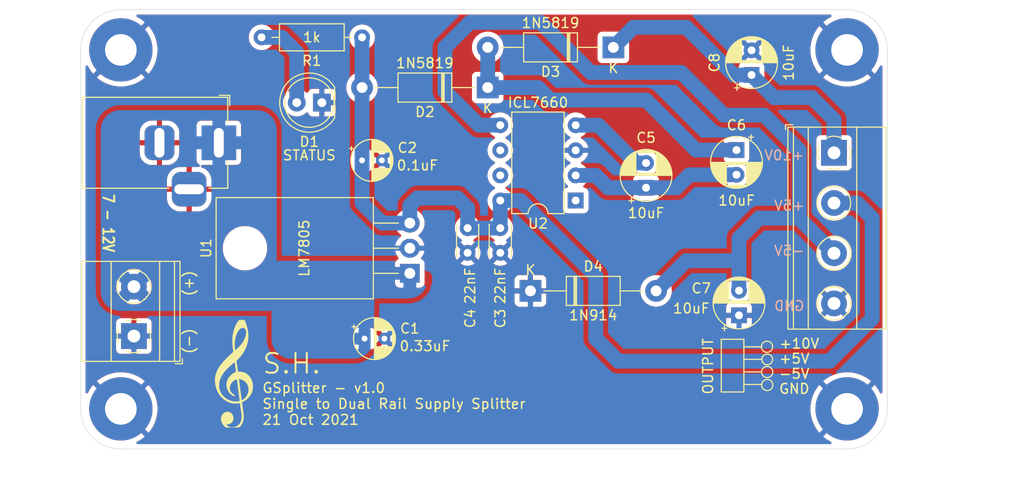
<source format=kicad_pcb>
(kicad_pcb (version 20211014) (generator pcbnew)
  (layers (0 "F.Cu" signal) (31 "B.Cu" signal) (34 "B.Paste" user) (35 "F.Paste" user) (36 "B.SilkS" user "B.Silkscreen") (37 "F.SilkS" user "F.Silkscreen") (38 "B.Mask" user) (39 "F.Mask" user) (44 "Edge.Cuts" user))
  (net 0 "")
  (net 1 "VSUPPLY")
  (net 2 "GND")
  (net 3 "5V_REG")
  (net 4 "Net-(C5-Pad1)")
  (net 5 "Net-(C5-Pad2)")
  (net 6 "Net-(C6-Pad1)")
  (net 7 "-5V")
  (net 8 "+10V")
  (net 12 "Net-(D1-Pad2)")
  (footprint "Capacitor_THT:CP_Radial_D4.0mm_P2.00mm" (layer "F.Cu") (at 53.594 70.612)
    (fp_text reference "C1" (at 4.572 -1.016) (layer "F.SilkS"))
    (fp_text value "0.33uF" (at 6.096 0.762) (layer "F.SilkS"))
    (pad "1" thru_hole rect locked (at 0 0) (size 1.2 1.2) (drill 0.6) (layers *.Cu *.Mask) (net 1 "VSUPPLY"))
    (pad "2" thru_hole circle locked (at 2 0) (size 1.2 1.2) (drill 0.6) (layers *.Cu *.Mask) (net 2 "GND"))
  )
  (footprint "Capacitor_THT:C_Disc_D3.0mm_W2.0mm_P2.50mm" (layer "F.Cu") (at 67.31 59.436 -90)
    (fp_text reference "C3" (at 9.144 0 -90) (layer "F.SilkS"))
    (fp_text value "22nF" (at 5.842 0 -90) (layer "F.SilkS"))
    (pad "1" thru_hole circle locked (at 0 0 270) (size 1.6 1.6) (drill 0.8) (layers *.Cu *.Mask) (net 3 "5V_REG"))
    (pad "2" thru_hole circle locked (at 2.5 0 270) (size 1.6 1.6) (drill 0.8) (layers *.Cu *.Mask) (net 2 "GND"))
  )
  (footprint "Capacitor_THT:C_Disc_D3.0mm_W2.0mm_P2.50mm" (layer "F.Cu") (at 64.008 59.436 -90)
    (fp_text reference "C4" (at 9.144 -0.254 -90) (layer "F.SilkS"))
    (fp_text value "22nF" (at 5.842 -0.254 -90) (layer "F.SilkS"))
    (pad "1" thru_hole circle locked (at 0 0 270) (size 1.6 1.6) (drill 0.8) (layers *.Cu *.Mask) (net 3 "5V_REG"))
    (pad "2" thru_hole circle locked (at 2.5 0 270) (size 1.6 1.6) (drill 0.8) (layers *.Cu *.Mask) (net 2 "GND"))
  )
  (footprint "Capacitor_THT:CP_Radial_D5.0mm_P2.50mm" (layer "F.Cu") (at 82.042 55.347349 90)
    (fp_text reference "C5" (at 5.055349 0 180) (layer "F.SilkS"))
    (fp_text value "10uF" (at -2.564651 0 180) (layer "F.SilkS"))
    (pad "1" thru_hole rect locked (at 0 0 90) (size 1.6 1.6) (drill 0.8) (layers *.Cu *.Mask) (net 4 "Net-(C5-Pad1)"))
    (pad "2" thru_hole circle locked (at 2.5 0 90) (size 1.6 1.6) (drill 0.8) (layers *.Cu *.Mask) (net 5 "Net-(C5-Pad2)"))
  )
  (footprint "Capacitor_THT:CP_Radial_D5.0mm_P2.50mm" (layer "F.Cu") (at 91.186 51.537349 -90)
    (fp_text reference "C6" (at -2.515349 0) (layer "F.SilkS"))
    (fp_text value "10uF" (at 5.104651 0) (layer "F.SilkS"))
    (pad "1" thru_hole rect locked (at 0 0 270) (size 1.6 1.6) (drill 0.8) (layers *.Cu *.Mask) (net 6 "Net-(C6-Pad1)"))
    (pad "2" thru_hole circle locked (at 2.5 0 270) (size 1.6 1.6) (drill 0.8) (layers *.Cu *.Mask) (net 4 "Net-(C5-Pad1)"))
  )
  (footprint "Diode_THT:D_DO-41_SOD81_P12.70mm_Horizontal" (layer "F.Cu") (at 66.04 45.212 180)
    (fp_text reference "D2" (at 6.35 -2.47 180) (layer "F.SilkS"))
    (fp_text value "1N5819" (at 6.35 2.47 180) (layer "F.SilkS"))
    (fp_text user "K" (at 0 -2.1 180) (layer "F.SilkS"))
    (pad "1" thru_hole rect locked (at 0 0 180) (size 2.2 2.2) (drill 1.1) (layers *.Cu *.Mask) (net 6 "Net-(C6-Pad1)"))
    (pad "2" thru_hole oval locked (at 12.7 0 180) (size 2.2 2.2) (drill 1.1) (layers *.Cu *.Mask) (net 3 "5V_REG"))
  )
  (footprint "Diode_THT:D_DO-41_SOD81_P12.70mm_Horizontal" (layer "F.Cu") (at 78.74 41.148 180)
    (fp_text reference "D3" (at 6.35 -2.47 180) (layer "F.SilkS"))
    (fp_text value "1N5819" (at 6.35 2.47 180) (layer "F.SilkS"))
    (fp_text user "K" (at 0 -2.1 180) (layer "F.SilkS"))
    (pad "1" thru_hole rect locked (at 0 0 180) (size 2.2 2.2) (drill 1.1) (layers *.Cu *.Mask) (net 8 "+10V"))
    (pad "2" thru_hole oval locked (at 12.7 0 180) (size 2.2 2.2) (drill 1.1) (layers *.Cu *.Mask) (net 6 "Net-(C6-Pad1)"))
  )
  (footprint "TerminalBlock_Phoenix:TerminalBlock_Phoenix_MKDS-1,5-2_1x02_P5.00mm_Horizontal" (layer "F.Cu") (at 30.277 70.358 90)
    (fp_text reference "T1")
    (fp_text value "SCREW")
    (pad "1" thru_hole rect locked (at 0 0 90) (size 2.6 2.6) (drill 1.3) (layers *.Cu *.Mask) (net 2 "GND"))
    (pad "2" thru_hole circle locked (at 5 0 90) (size 2.6 2.6) (drill 1.3) (layers *.Cu *.Mask) (net 1 "VSUPPLY"))
  )
  (footprint "TerminalBlock_Phoenix:TerminalBlock_Phoenix_MKDS-1,5-4-5.08_1x04_P5.08mm_Horizontal" (layer "F.Cu") (at 101.041 51.816 -90)
    (fp_text reference "T2")
    (fp_text value "SCREW")
    (pad "1" thru_hole rect locked (at 0 0 270) (size 2.6 2.6) (drill 1.3) (layers *.Cu *.Mask) (net 8 "+10V"))
    (pad "2" thru_hole circle locked (at 5.08 0 270) (size 2.6 2.6) (drill 1.3) (layers *.Cu *.Mask) (net 3 "5V_REG"))
    (pad "3" thru_hole circle locked (at 10.16 0 270) (size 2.6 2.6) (drill 1.3) (layers *.Cu *.Mask) (net 7 "-5V"))
    (pad "4" thru_hole circle locked (at 15.24 0 270) (size 2.6 2.6) (drill 1.3) (layers *.Cu *.Mask) (net 2 "GND"))
  )
  (footprint "Package_DIP:DIP-8_W7.62mm" (layer "F.Cu") (at 74.93 56.642 180)
    (fp_text reference "U2" (at 3.81 -2.33) (layer "F.SilkS"))
    (fp_text value "ICL7660")
    (pad "1" thru_hole rect locked (at 0 0 180) (size 1.6 1.6) (drill 0.8) (layers *.Cu *.Mask))
    (pad "2" thru_hole oval locked (at 0 2.54 180) (size 1.6 1.6) (drill 0.8) (layers *.Cu *.Mask) (net 4 "Net-(C5-Pad1)"))
    (pad "3" thru_hole oval locked (at 0 5.08 180) (size 1.6 1.6) (drill 0.8) (layers *.Cu *.Mask) (net 2 "GND"))
    (pad "4" thru_hole oval locked (at 0 7.62 180) (size 1.6 1.6) (drill 0.8) (layers *.Cu *.Mask) (net 5 "Net-(C5-Pad2)"))
    (pad "5" thru_hole oval locked (at 7.62 7.62 180) (size 1.6 1.6) (drill 0.8) (layers *.Cu *.Mask) (net 7 "-5V"))
    (pad "6" thru_hole oval locked (at 7.62 5.08 180) (size 1.6 1.6) (drill 0.8) (layers *.Cu *.Mask))
    (pad "7" thru_hole oval locked (at 7.62 2.54 180) (size 1.6 1.6) (drill 0.8) (layers *.Cu *.Mask))
    (pad "8" thru_hole oval locked (at 7.62 0 180) (size 1.6 1.6) (drill 0.8) (layers *.Cu *.Mask) (net 3 "5V_REG"))
  )
  (footprint "Capacitor_THT:CP_Radial_D4.0mm_P2.00mm" (layer "F.Cu") (at 53.34 52.578)
    (fp_text reference "C2" (at 4.572 -1.27) (layer "F.SilkS"))
    (fp_text value "0.1uF" (at 5.588 0.508) (layer "F.SilkS"))
    (pad "1" thru_hole rect locked (at 0 0) (size 1.2 1.2) (drill 0.6) (layers *.Cu *.Mask) (net 3 "5V_REG"))
    (pad "2" thru_hole circle locked (at 2 0) (size 1.2 1.2) (drill 0.6) (layers *.Cu *.Mask) (net 2 "GND"))
  )
  (footprint "LED_THT:LED_D5.0mm" (layer "F.Cu") (at 49.276 46.736 180)
    (fp_text reference "D1" (at 1.27 -3.96 180) (layer "F.SilkS"))
    (fp_text value "STATUS" (at 1.27 -5.334 180) (layer "F.SilkS"))
    (pad "1" thru_hole rect locked (at 0 0 180) (size 1.8 1.8) (drill 0.9) (layers *.Cu *.Mask) (net 2 "GND"))
    (pad "2" thru_hole circle locked (at 2.54 0 180) (size 1.8 1.8) (drill 0.9) (layers *.Cu *.Mask) (net 12 "Net-(D1-Pad2)"))
  )
  (footprint "Capacitor_THT:CP_Radial_D5.0mm_P2.50mm" (layer "F.Cu") (at 91.44 68.261113 90)
    (fp_text reference "C7" (at 2.729113 -3.81 180) (layer "F.SilkS"))
    (fp_text value "10uF" (at 0.697113 -4.826 180) (layer "F.SilkS"))
    (pad "1" thru_hole rect locked (at 0 0 90) (size 1.6 1.6) (drill 0.8) (layers *.Cu *.Mask) (net 2 "GND"))
    (pad "2" thru_hole circle locked (at 2.5 0 90) (size 1.6 1.6) (drill 0.8) (layers *.Cu *.Mask) (net 7 "-5V"))
  )
  (footprint "MountingHole:MountingHole_3.2mm_M3_Pad" (layer "F.Cu") (at 28.956 41.402)
    (fp_text reference "H2")
    (fp_text value "MountingHole_Pad")
    (pad "1" thru_hole circle locked (at 0 0) (size 6.4 6.4) (drill 3.2) (layers *.Cu *.Mask) (net 2 "GND"))
  )
  (footprint "MountingHole:MountingHole_3.2mm_M3_Pad" (layer "F.Cu") (at 28.956 77.724)
    (fp_text reference "H4")
    (fp_text value "MountingHole_Pad")
    (pad "1" thru_hole circle locked (at 0 0) (size 6.4 6.4) (drill 3.2) (layers *.Cu *.Mask) (net 2 "GND"))
  )
  (footprint "MountingHole:MountingHole_3.2mm_M3_Pad" (layer "F.Cu") (at 102.362 41.402)
    (fp_text reference "H1")
    (fp_text value "MountingHole_Pad")
    (pad "1" thru_hole circle locked (at 0 0) (size 6.4 6.4) (drill 3.2) (layers *.Cu *.Mask) (net 2 "GND"))
  )
  (footprint "MountingHole:MountingHole_3.2mm_M3_Pad" (layer "F.Cu") (at 102.362 77.724)
    (fp_text reference "H3")
    (fp_text value "MountingHole_Pad")
    (pad "1" thru_hole circle locked (at 0 0) (size 6.4 6.4) (drill 3.2) (layers *.Cu *.Mask) (net 2 "GND"))
  )
  (footprint "Capacitor_THT:CP_Radial_D5.0mm_P2.50mm" (layer "F.Cu") (at 92.71 43.942 90)
    (fp_text reference "C8" (at 1.25 -3.75 90) (layer "F.SilkS"))
    (fp_text value "10uF" (at 1.25 3.75 90) (layer "F.SilkS"))
    (pad "1" thru_hole rect locked (at 0 0 90) (size 1.6 1.6) (drill 0.8) (layers *.Cu *.Mask) (net 8 "+10V"))
    (pad "2" thru_hole circle locked (at 2.5 0 90) (size 1.6 1.6) (drill 0.8) (layers *.Cu *.Mask) (net 2 "GND"))
  )
  (footprint "Package_TO_SOT_THT:TO-220-3_Horizontal_TabDown" (layer "F.Cu") (at 58.166 64.008 90)
    (fp_text reference "U1" (at 2.54 -20.58 90) (layer "F.SilkS"))
    (fp_text value "LM7805")
    (pad "" np_thru_hole oval locked (at 2.54 -16.66 90) (size 3.5 3.5) (drill 3.5) (layers *.Cu *.Mask))
    (pad "1" thru_hole rect locked (at 0 0 90) (size 1.905 2) (drill 1.1) (layers *.Cu *.Mask) (net 1 "VSUPPLY"))
    (pad "2" thru_hole oval locked (at 2.54 0 90) (size 1.905 2) (drill 1.1) (layers *.Cu *.Mask) (net 2 "GND"))
    (pad "3" thru_hole oval locked (at 5.08 0 90) (size 1.905 2) (drill 1.1) (layers *.Cu *.Mask) (net 3 "5V_REG"))
  )
  (footprint "Diode_THT:D_DO-41_SOD81_P12.70mm_Horizontal" (layer "F.Cu") (at 70.358 65.786)
    (fp_text reference "D4" (at 6.35 -2.47) (layer "F.SilkS"))
    (fp_text value "1N914" (at 6.35 2.47) (layer "F.SilkS"))
    (fp_text user "K" (at 0 -2.1) (layer "F.SilkS"))
    (pad "1" thru_hole rect locked (at 0 0) (size 2.2 2.2) (drill 1.1) (layers *.Cu *.Mask) (net 2 "GND"))
    (pad "2" thru_hole oval locked (at 12.7 0) (size 2.2 2.2) (drill 1.1) (layers *.Cu *.Mask) (net 7 "-5V"))
  )
  (footprint "Resistor_THT:R_Axial_DIN0207_L6.3mm_D2.5mm_P10.16mm_Horizontal" (layer "F.Cu") (at 53.34 40.132 180)
    (fp_text reference "R1" (at 5.08 -2.37) (layer "F.SilkS"))
    (fp_text value "1k" (at 5.08 0) (layer "F.SilkS"))
    (pad "1" thru_hole circle locked (at 0 0 180) (size 1.6 1.6) (drill 0.8) (layers *.Cu *.Mask) (net 3 "5V_REG"))
    (pad "2" thru_hole oval locked (at 10.16 0 180) (size 1.6 1.6) (drill 0.8) (layers *.Cu *.Mask) (net 12 "Net-(D1-Pad2)"))
  )
  (footprint "Connector_BarrelJack:BarrelJack_Horizontal" (layer "F.Cu") (at 38.862 50.8)
    (fp_text reference "J1")
    (fp_text value "DC_JACK")
    (pad "1" thru_hole rect locked (at 0 0) (size 3.5 3.5) (drill oval 1 3) (layers *.Cu *.Mask) (net 1 "VSUPPLY"))
    (pad "2" thru_hole roundrect locked (at -6 0) (size 3 3.5) (drill oval 1 3) (layers *.Cu *.Mask) (net 2 "GND"))
    (pad "3" thru_hole roundrect locked (at -3 4.7) (size 3.5 3.5) (drill oval 3 1) (layers *.Cu *.Mask) (net 2 "GND"))
  )
  (footprint "Treble:Treble" (layer "F.Cu") (at 40.386 74.168)
    (fp_text reference "G***" hide)
    (fp_text value "LOGO" hide)
  )
  (gr_line (start 89.648 70.682) (end 91.934 70.682) (layer "F.SilkS") (width 0.12))
  (gr_circle (center 94.29 75.31) (end 94.798 75.564) (layer "F.SilkS") (width 0.12) (fill none))
  (gr_line (start 89.648 70.682) (end 89.648 76.016) (layer "F.SilkS") (width 0.12))
  (gr_line (start 91.934 72.714) (end 93.712 72.714) (layer "F.SilkS") (width 0.12))
  (gr_line (start 91.934 71.444) (end 93.712 71.444) (layer "F.SilkS") (width 0.12))
  (gr_line (start 91.934 76.016) (end 91.934 70.682) (layer "F.SilkS") (width 0.12))
  (gr_circle (center 94.27 71.44) (end 94.778 71.694) (layer "F.SilkS") (width 0.12) (fill none))
  (gr_line (start 89.648 76.016) (end 91.934 76.016) (layer "F.SilkS") (width 0.12))
  (gr_circle (center 94.29 73.99) (end 94.798 74.244) (layer "F.SilkS") (width 0.12) (fill none))
  (gr_line (start 91.934 75.254) (end 93.712 75.254) (layer "F.SilkS") (width 0.12))
  (gr_line (start 91.934 73.984) (end 93.712 73.984) (layer "F.SilkS") (width 0.12))
  (gr_circle (center 94.29 72.72) (end 94.78 72.95) (layer "F.SilkS") (width 0.12) (fill none))
  (gr_arc (start 102.362 37.338) (mid 105.235682 38.528318) (end 106.426 41.402) (layer "Edge.Cuts") (width 0.05))
  (gr_line (start 106.426 77.724) (end 106.426 41.402) (layer "Edge.Cuts") (width 0.05))
  (gr_line (start 24.892 77.724) (end 24.892 41.402) (layer "Edge.Cuts") (width 0.05))
  (gr_line (start 28.956 37.338) (end 102.362 37.338) (layer "Edge.Cuts") (width 0.05))
  (gr_arc (start 106.426 77.724) (mid 105.235682 80.597682) (end 102.362 81.788) (layer "Edge.Cuts") (width 0.05))
  (gr_arc (start 24.892 41.402) (mid 26.082318 38.528318) (end 28.956 37.338) (layer "Edge.Cuts") (width 0.05))
  (gr_arc (start 28.956 81.788) (mid 26.082318 80.597682) (end 24.892 77.724) (layer "Edge.Cuts") (width 0.05))
  (gr_line (start 28.956 81.788) (end 102.362 81.788) (layer "Edge.Cuts") (width 0.05))
  (gr_text "-5V" (at 96.52 61.722) (layer "B.SilkS") (effects (font (size 1 1)) (justify mirror)))
  (gr_text "+10V" (at 96.012 52.07) (layer "B.SilkS") (effects (font (size 1 1)) (justify mirror)))
  (gr_text "GND" (at 96.52 67.31) (layer "B.SilkS") (effects (font (size 1 1)) (justify mirror)))
  (gr_text "+5V" (at 96.52 57.15) (layer "B.SilkS") (effects (font (size 1 1)) (justify mirror)))
  (gr_text "LM7805" (at 47.498 61.468 90) (layer "F.SilkS") (effects (font (size 1 1))))
  (gr_text "-5V" (at 97.028 74.168) (layer "F.SilkS") (effects (font (size 1 1))))
  (gr_text "(-)" (at 35.814 70.866 90) (layer "F.SilkS") (effects (font (size 1 1))))
  (gr_text "GSplitter - v1.0\nSingle to Dual Rail Supply Splitter\n21 Oct 2021" (at 43.18 77.216) (layer "F.SilkS") (effects (font (size 1 1)) (justify left)))
  (gr_text "7 - 12V" (at 27.686 58.928 -90) (layer "F.SilkS") (effects (font (size 1.1 0.9) (thickness 0.2))))
  (gr_text "ICL7660" (at 71.12 46.736) (layer "F.SilkS") (effects (font (size 1 1))))
  (gr_text "+5V" (at 97.028 72.644) (layer "F.SilkS") (effects (font (size 1 1))))
  (gr_text "+10V" (at 97.536 71.12) (layer "F.SilkS") (effects (font (size 1 1))))
  (gr_text "GND" (at 97.028 75.692) (layer "F.SilkS") (effects (font (size 1 1))))
  (gr_text "(+)" (at 35.814 65.024 90) (layer "F.SilkS") (effects (font (size 1 1))))
  (gr_text "OUTPUT" (at 88.31 73.41 90) (layer "F.SilkS") (effects (font (size 1 1))))
  (gr_text "S.H." (at 46.228 73.152) (layer "F.SilkS") (effects (font (size 2 2) (thickness 0.2))))
  (segment (start 64.008 57.404) (end 64.008 59.436) (width 1.5) (layer "B.Cu") (net 3))
  (segment (start 58.166 57.15) (end 58.928 56.388) (width 1.5) (layer "B.Cu") (net 3))
  (segment (start 103.378 56.896) (end 101.041 56.896) (width 1.5) (layer "B.Cu") (net 3))
  (segment (start 67.31 59.436) (end 67.31 56.642) (width 1.5) (layer "B.Cu") (net 3))
  (segment (start 53.34 56.896) (end 53.34 40.132) (width 1.5) (layer "B.Cu") (net 3))
  (segment (start 76.962 64.262) (end 76.962 70.612) (width 1.5) (layer "B.Cu") (net 3))
  (segment (start 104.902 68.58) (end 104.902 58.42) (width 1.5) (layer "B.Cu") (net 3))
  (segment (start 79.248 72.898) (end 100.584 72.898) (width 1.5) (layer "B.Cu") (net 3))
  (segment (start 58.928 56.388) (end 62.992 56.388) (width 1.5) (layer "B.Cu") (net 3))
  (segment (start 55.372 58.928) (end 53.34 56.896) (width 1.5) (layer "B.Cu") (net 3))
  (segment (start 58.166 58.928) (end 55.372 58.928) (width 1.5) (layer "B.Cu") (net 3))
  (segment (start 69.342 56.642) (end 76.962 64.262) (width 1.5) (layer "B.Cu") (net 3))
  (segment (start 62.992 56.388) (end 64.008 57.404) (width 1.5) (layer "B.Cu") (net 3))
  (segment (start 67.31 56.642) (end 69.342 56.642) (width 1.5) (layer "B.Cu") (net 3))
  (segment (start 104.902 58.42) (end 103.378 56.896) (width 1.5) (layer "B.Cu") (net 3))
  (segment (start 100.584 72.898) (end 104.902 68.58) (width 1.5) (layer "B.Cu") (net 3))
  (segment (start 64.008 59.436) (end 67.31 59.436) (width 1.5) (layer "B.Cu") (net 3))
  (segment (start 58.166 58.928) (end 58.166 57.15) (width 1.5) (layer "B.Cu") (net 3))
  (segment (start 76.962 70.612) (end 79.248 72.898) (width 1.5) (layer "B.Cu") (net 3))
  (segment (start 82.042 55.347349) (end 85.114651 55.347349) (width 1.5) (layer "B.Cu") (net 4))
  (segment (start 76.962 54.102) (end 78.207349 55.347349) (width 1.5) (layer "B.Cu") (net 4))
  (segment (start 78.207349 55.347349) (end 82.042 55.347349) (width 1.5) (layer "B.Cu") (net 4))
  (segment (start 74.93 54.102) (end 76.962 54.102) (width 1.5) (layer "B.Cu") (net 4))
  (segment (start 85.114651 55.347349) (end 86.424651 54.037349) (width 1.5) (layer "B.Cu") (net 4))
  (segment (start 86.424651 54.037349) (end 91.186 54.037349) (width 1.5) (layer "B.Cu") (net 4))
  (segment (start 81.041349 52.847349) (end 82.042 52.847349) (width 1.5) (layer "B.Cu") (net 5))
  (segment (start 74.93 49.022) (end 77.216 49.022) (width 1.5) (layer "B.Cu") (net 5))
  (segment (start 77.216 49.022) (end 81.041349 52.847349) (width 1.5) (layer "B.Cu") (net 5))
  (segment (start 72.39 46.482) (end 82.042 46.482) (width 1.5) (layer "B.Cu") (net 6))
  (segment (start 66.04 45.212) (end 66.04 41.148) (width 1.5) (layer "B.Cu") (net 6))
  (segment (start 82.042 46.482) (end 87.097349 51.537349) (width 1.5) (layer "B.Cu") (net 6))
  (segment (start 87.097349 51.537349) (end 91.186 51.537349) (width 1.5) (layer "B.Cu") (net 6))
  (segment (start 71.12 45.212) (end 72.39 46.482) (width 1.5) (layer "B.Cu") (net 6))
  (segment (start 66.04 45.212) (end 71.12 45.212) (width 1.5) (layer "B.Cu") (net 6))
  (segment (start 97.536 51.562) (end 97.536 58.369) (width 1.5) (layer "B.Cu") (net 7))
  (segment (start 71.374 38.608) (end 76.454 43.688) (width 1.5) (layer "B.Cu") (net 7))
  (segment (start 91.44 63.002) (end 91.44 65.761113) (width 1.5) (layer "B.Cu") (net 7))
  (segment (start 86.106 62.738) (end 91.176 62.738) (width 1.5) (layer "B.Cu") (net 7))
  (segment (start 83.058 65.786) (end 86.106 62.738) (width 1.5) (layer "B.Cu") (net 7))
  (segment (start 67.31 49.022) (end 65.150978 49.022) (width 1.5) (layer "B.Cu") (net 7))
  (segment (start 91.44 60.452) (end 93.472 58.42) (width 1.5) (layer "B.Cu") (net 7))
  (segment (start 97.485 58.42) (end 101.041 61.976) (width 1.5) (layer "B.Cu") (net 7))
  (segment (start 64.262 38.608) (end 71.374 38.608) (width 1.5) (layer "B.Cu") (net 7))
  (segment (start 93.472 58.42) (end 97.485 58.42) (width 1.5) (layer "B.Cu") (net 7))
  (segment (start 89.916 48.006) (end 93.98 48.006) (width 1.5) (layer "B.Cu") (net 7))
  (segment (start 93.98 48.006) (end 97.536 51.562) (width 1.5) (layer "B.Cu") (net 7))
  (segment (start 91.44 63.002) (end 91.44 60.452) (width 1.5) (layer "B.Cu") (net 7))
  (segment (start 97.536 58.369) (end 97.485 58.42) (width 1.5) (layer "B.Cu") (net 7))
  (segment (start 65.150978 49.022) (end 61.722 45.593022) (width 1.5) (layer "B.Cu") (net 7))
  (segment (start 91.44 63.002) (end 91.176 62.738) (width 1.5) (layer "B.Cu") (net 7))
  (segment (start 61.722 45.593022) (end 61.722 41.148) (width 1.5) (layer "B.Cu") (net 7))
  (segment (start 61.722 41.148) (end 64.262 38.608) (width 1.5) (layer "B.Cu") (net 7))
  (segment (start 85.598 43.688) (end 89.916 48.006) (width 1.5) (layer "B.Cu") (net 7))
  (segment (start 76.454 43.688) (end 85.598 43.688) (width 1.5) (layer "B.Cu") (net 7))
  (segment (start 80.772 39.116) (end 86.106 39.116) (width 1.5) (layer "B.Cu") (net 8))
  (segment (start 101.041 48.463) (end 101.041 51.816) (width 1.5) (layer "B.Cu") (net 8))
  (segment (start 98.806 46.228) (end 101.041 48.463) (width 1.5) (layer "B.Cu") (net 8))
  (segment (start 90.932 43.942) (end 92.71 43.942) (width 1.5) (layer "B.Cu") (net 8))
  (segment (start 78.74 41.148) (end 80.772 39.116) (width 1.5) (layer "B.Cu") (net 8))
  (segment (start 92.71 43.942) (end 94.996 46.228) (width 1.5) (layer "B.Cu") (net 8))
  (segment (start 86.106 39.116) (end 90.932 43.942) (width 1.5) (layer "B.Cu") (net 8))
  (segment (start 94.996 46.228) (end 98.806 46.228) (width 1.5) (layer "B.Cu") (net 8))
  (segment (start 43.18 40.132) (end 45.212 40.132) (width 1.5) (layer "B.Cu") (net 12))
  (segment (start 45.212 40.132) (end 46.736 41.656) (width 1.5) (layer "B.Cu") (net 12))
  (segment (start 46.736 41.656) (end 46.736 46.736) (width 1.5) (layer "B.Cu") (net 12))
  (zone (net 2) (net_name "GND") (layer "F.Cu") (connect_pads (clearance 0.5)) (min_thickness 0.254) (fill yes (thermal_gap 0.508) (thermal_bridge_width 0.508))
    (polygon (pts (xy 106.68 82.042) (xy 24.638 82.042) (xy 24.638 37.084) (xy 106.68 37.084)))
  )
  (zone (net 2) (net_name "GND") (layers F&B.Cu) (connect_pads (clearance 0.5)) (min_thickness 0.254) (fill yes (thermal_gap 0.508) (thermal_bridge_width 0.508))
    (polygon (pts (xy 106.68 82.042) (xy 24.638 82.042) (xy 24.638 37.084) (xy 106.68 37.084)))
  )
  (zone (net 1) (net_name "VSUPPLY") (layer "B.Cu") (name "12V") (priority 2) (connect_pads (clearance 0.5)) (min_thickness 0.254) (fill yes (thermal_gap 0.508) (thermal_bridge_width 1.3) (smoothing fillet) (radius 2))
    (polygon (pts (xy 44.704 62.738) (xy 52.324 62.738) (xy 59.944 62.738) (xy 59.944 66.548) (xy 54.61 66.548) (xy 54.44052 72.640478) (xy 44.196 72.644) (xy 44.196 67.818) (xy 26.924 67.818) (xy 26.924 47.498) (xy 44.704 47.498)))
  )
)
</source>
